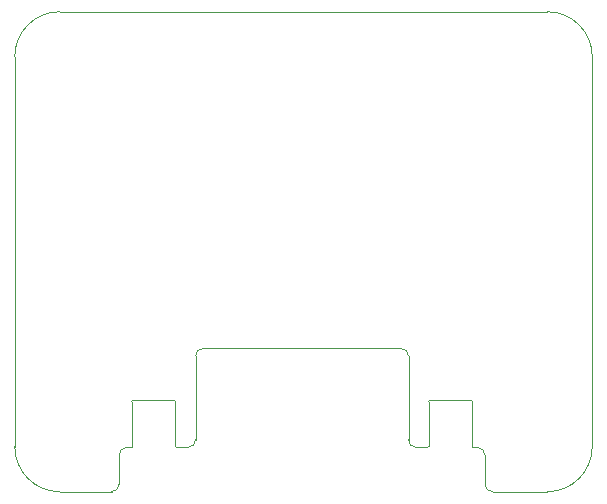
<source format=gm1>
%TF.GenerationSoftware,KiCad,Pcbnew,(5.1.8)-1*%
%TF.CreationDate,2021-01-19T22:33:46+01:00*%
%TF.ProjectId,D32 Joystick Adapter Faceplate A1,44333220-4a6f-4797-9374-69636b204164,rev?*%
%TF.SameCoordinates,Original*%
%TF.FileFunction,Profile,NP*%
%FSLAX46Y46*%
G04 Gerber Fmt 4.6, Leading zero omitted, Abs format (unit mm)*
G04 Created by KiCad (PCBNEW (5.1.8)-1) date 2021-01-19 22:33:46*
%MOMM*%
%LPD*%
G01*
G04 APERTURE LIST*
%TA.AperFunction,Profile*%
%ADD10C,0.050000*%
%TD*%
G04 APERTURE END LIST*
D10*
X112141000Y-108648500D02*
G75*
G02*
X112014000Y-108521500I0J127000D01*
G01*
X133477000Y-108521500D02*
G75*
G02*
X133350000Y-108648500I-127000J0D01*
G01*
X133477000Y-104775000D02*
G75*
G02*
X133604000Y-104648000I127000J0D01*
G01*
X137033000Y-104648000D02*
G75*
G02*
X137160000Y-104775000I0J-127000D01*
G01*
X111887000Y-104648000D02*
G75*
G02*
X112014000Y-104775000I0J-127000D01*
G01*
X108331000Y-104775000D02*
G75*
G02*
X108458000Y-104648000I127000J0D01*
G01*
X132397500Y-108648500D02*
X133350000Y-108648500D01*
X133477000Y-108521500D02*
X133477000Y-104775000D01*
X137160000Y-108648500D02*
X137160000Y-104775000D01*
X137033000Y-104648000D02*
X133604000Y-104648000D01*
X108331000Y-108648500D02*
X107886500Y-108648500D01*
X112014000Y-108521500D02*
X112014000Y-104775000D01*
X111887000Y-104648000D02*
X108458000Y-104648000D01*
X108331000Y-108648500D02*
X108331000Y-104775000D01*
X143510000Y-112395000D02*
X138874500Y-112395000D01*
X138874500Y-112395000D02*
G75*
G02*
X138239500Y-111760000I0J635000D01*
G01*
X107251500Y-111760000D02*
G75*
G02*
X106616500Y-112395000I-635000J0D01*
G01*
X138239500Y-109283500D02*
X138239500Y-111760000D01*
X137604500Y-108648500D02*
G75*
G02*
X138239500Y-109283500I0J-635000D01*
G01*
X137160000Y-108648500D02*
X137604500Y-108648500D01*
X107251500Y-109283500D02*
X107251500Y-111760000D01*
X112141000Y-108648500D02*
X113093500Y-108648500D01*
X107251500Y-109283500D02*
G75*
G02*
X107886500Y-108648500I635000J0D01*
G01*
X132397500Y-108648500D02*
G75*
G02*
X131762500Y-108013500I0J635000D01*
G01*
X113728500Y-108013500D02*
G75*
G02*
X113093500Y-108648500I-635000J0D01*
G01*
X131127500Y-100266500D02*
G75*
G02*
X131762500Y-100901500I0J-635000D01*
G01*
X113728500Y-100901500D02*
G75*
G02*
X114363500Y-100266500I635000J0D01*
G01*
X131762500Y-100901500D02*
X131762500Y-108013500D01*
X113728500Y-100901500D02*
X113728500Y-108013500D01*
X114363500Y-100266500D02*
X131127500Y-100266500D01*
X147320000Y-108585000D02*
G75*
G02*
X143510000Y-112395000I-3810000J0D01*
G01*
X143510000Y-71755000D02*
G75*
G02*
X147320000Y-75565000I0J-3810000D01*
G01*
X98425000Y-75565000D02*
G75*
G02*
X102235000Y-71755000I3810000J0D01*
G01*
X102235000Y-112395000D02*
G75*
G02*
X98425000Y-108585000I0J3810000D01*
G01*
X106616500Y-112395000D02*
X102235000Y-112395000D01*
X147320000Y-75565000D02*
X147320000Y-108585000D01*
X102235000Y-71755000D02*
X143510000Y-71755000D01*
X98425000Y-108585000D02*
X98425000Y-75565000D01*
M02*

</source>
